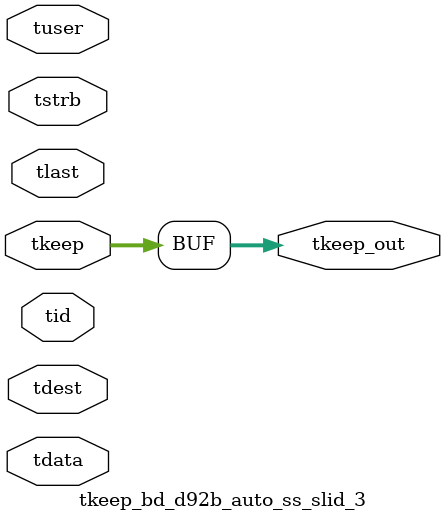
<source format=v>


`timescale 1ps/1ps

module tkeep_bd_d92b_auto_ss_slid_3 #
(
parameter C_S_AXIS_TDATA_WIDTH = 32,
parameter C_S_AXIS_TUSER_WIDTH = 0,
parameter C_S_AXIS_TID_WIDTH   = 0,
parameter C_S_AXIS_TDEST_WIDTH = 0,
parameter C_M_AXIS_TDATA_WIDTH = 32
)
(
input  [(C_S_AXIS_TDATA_WIDTH == 0 ? 1 : C_S_AXIS_TDATA_WIDTH)-1:0     ] tdata,
input  [(C_S_AXIS_TUSER_WIDTH == 0 ? 1 : C_S_AXIS_TUSER_WIDTH)-1:0     ] tuser,
input  [(C_S_AXIS_TID_WIDTH   == 0 ? 1 : C_S_AXIS_TID_WIDTH)-1:0       ] tid,
input  [(C_S_AXIS_TDEST_WIDTH == 0 ? 1 : C_S_AXIS_TDEST_WIDTH)-1:0     ] tdest,
input  [(C_S_AXIS_TDATA_WIDTH/8)-1:0 ] tkeep,
input  [(C_S_AXIS_TDATA_WIDTH/8)-1:0 ] tstrb,
input                                                                    tlast,
output [(C_M_AXIS_TDATA_WIDTH/8)-1:0 ] tkeep_out
);

assign tkeep_out = {tkeep[7:0]};

endmodule


</source>
